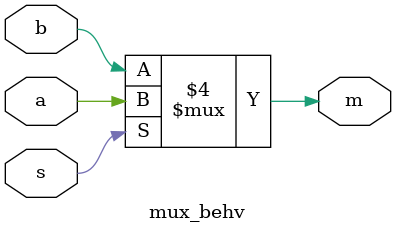
<source format=v>
module mux_struc (a,b,s, m);
input a, b, s;
output m;

wire x, y;

assign x = a & s;
assign y = b & ~s;

assign m = x | y;

endmodule



module mux_behv (a,b,s, m);
input a, b, s;
output m;

always@*
begin
	if (s==1'b1)
		m = a;
	else
		m = b;
end
endmodule

</source>
